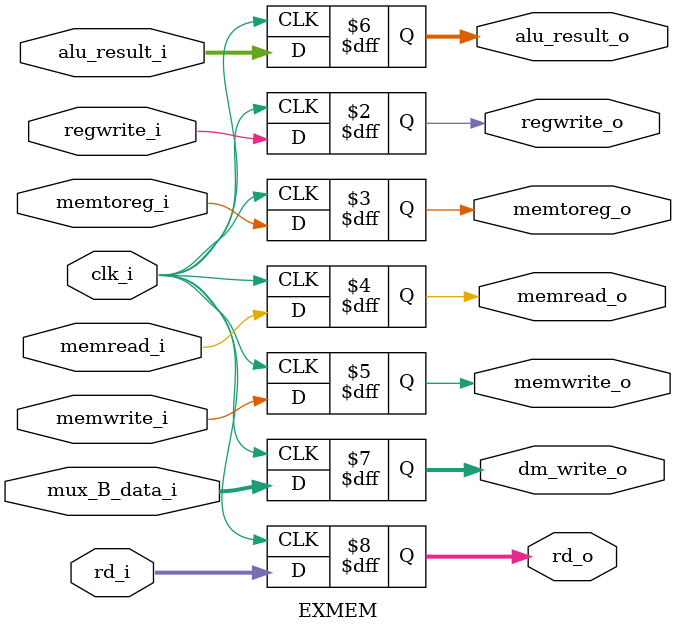
<source format=v>
module EXMEM(
    clk_i,
    regwrite_i,
    memtoreg_i,
    memread_i,
    memwrite_i,
    alu_result_i,
    mux_B_data_i,
    rd_i,
    regwrite_o,
    memtoreg_o,
    memread_o,
    memwrite_o,
    alu_result_o,
    dm_write_o,
    rd_o
);


input clk_i;
input regwrite_i;
input memtoreg_i;
input memread_i;
input memwrite_i;
input [31:0] alu_result_i;
input [31:0] mux_B_data_i;
input [4:0] rd_i;

output regwrite_o;
output memtoreg_o;
output memread_o;
output memwrite_o;
output [31:0] alu_result_o;
output [31:0] dm_write_o;
output [4:0] rd_o;

reg regwrite_o;
reg memtoreg_o;
reg memread_o;
reg memwrite_o;
reg [31:0] alu_result_o;
reg [31:0] dm_write_o;
reg [4:0] rd_o;

always@(posedge clk_i) begin
    regwrite_o <= regwrite_i;
    memtoreg_o <= memtoreg_i;
    memread_o <= memread_i;
    memwrite_o <= memwrite_i;
    alu_result_o <= alu_result_i;
    dm_write_o <= mux_B_data_i;
    rd_o <= rd_i;
end



endmodule
</source>
